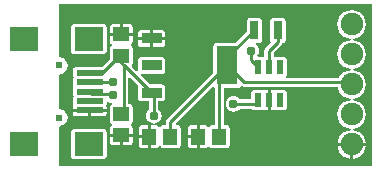
<source format=gtl>
G04 Layer_Physical_Order=1*
G04 Layer_Color=255*
%FSLAX23Y23*%
%MOIN*%
G70*
G01*
G75*
%ADD10R,0.024X0.045*%
%ADD11R,0.047X0.055*%
%ADD12R,0.055X0.047*%
%ADD13R,0.098X0.079*%
%ADD14R,0.091X0.020*%
%ADD15R,0.071X0.130*%
%ADD16R,0.071X0.035*%
%ADD17R,0.031X0.063*%
%ADD18C,0.010*%
%ADD19C,0.075*%
%ADD20C,0.024*%
%ADD21C,0.031*%
G36*
X1250Y541D02*
X1250Y-0D01*
X207Y0D01*
Y128D01*
X208Y133D01*
X215Y135D01*
X218Y136D01*
X224Y140D01*
X224Y140D01*
X227Y143D01*
X227Y143D01*
X231Y149D01*
X232Y152D01*
X234Y159D01*
Y163D01*
X232Y170D01*
X231Y174D01*
X227Y180D01*
X227Y180D01*
X224Y183D01*
X224Y183D01*
X218Y186D01*
X215Y188D01*
X208Y189D01*
X207D01*
X207Y189D01*
X207Y302D01*
X208Y306D01*
X215Y308D01*
X218Y309D01*
X224Y313D01*
X224Y313D01*
X227Y316D01*
X227Y316D01*
X231Y322D01*
X232Y326D01*
X234Y333D01*
Y337D01*
X232Y343D01*
X231Y347D01*
X227Y353D01*
X227Y353D01*
X224Y356D01*
X224Y356D01*
X218Y360D01*
X215Y361D01*
X208Y363D01*
X207D01*
X207Y363D01*
Y541D01*
X1250Y541D01*
D02*
G37*
%LPC*%
G36*
X451Y97D02*
X418D01*
Y69D01*
X441D01*
X445Y69D01*
X448Y72D01*
X450Y75D01*
X451Y79D01*
Y97D01*
D02*
G37*
G36*
X408D02*
X376D01*
Y79D01*
X376Y75D01*
X379Y72D01*
X382Y69D01*
X386Y69D01*
X408D01*
Y97D01*
D02*
G37*
G36*
X664Y136D02*
X646D01*
X642Y135D01*
X638Y133D01*
X636Y130D01*
X635Y126D01*
Y103D01*
X664D01*
Y136D01*
D02*
G37*
G36*
X451Y434D02*
X413D01*
X376D01*
Y415D01*
X376Y411D01*
X379Y408D01*
X382Y406D01*
X382Y404D01*
X382Y401D01*
X379Y399D01*
X376Y396D01*
X376Y392D01*
Y358D01*
X349Y331D01*
X263D01*
X259Y330D01*
X256Y328D01*
X253Y325D01*
X253Y321D01*
Y301D01*
X253Y297D01*
X255Y295D01*
X253Y293D01*
X253Y289D01*
Y270D01*
X253Y266D01*
X255Y264D01*
X253Y262D01*
X253Y258D01*
Y238D01*
X253Y234D01*
X255Y232D01*
X253Y230D01*
X253Y226D01*
Y207D01*
X253Y203D01*
X255Y201D01*
X253Y199D01*
X253Y195D01*
Y190D01*
X308D01*
X364D01*
Y195D01*
X363Y199D01*
X362Y201D01*
X363Y203D01*
X364Y207D01*
Y213D01*
X369Y215D01*
X371Y214D01*
X377Y211D01*
X380Y211D01*
X381Y210D01*
X381Y206D01*
X379Y204D01*
X376Y201D01*
X376Y197D01*
Y150D01*
X376Y146D01*
X379Y142D01*
X382Y140D01*
X382Y138D01*
X382Y135D01*
X379Y133D01*
X376Y130D01*
X376Y126D01*
Y107D01*
X451D01*
Y126D01*
X450Y130D01*
X448Y133D01*
X445Y135D01*
X445Y138D01*
X445Y140D01*
X448Y142D01*
X450Y146D01*
X451Y150D01*
Y197D01*
X450Y201D01*
X448Y204D01*
X445Y206D01*
X441Y207D01*
X436D01*
Y294D01*
X441Y296D01*
X470Y267D01*
X469Y266D01*
X468Y262D01*
Y226D01*
X469Y222D01*
X471Y219D01*
X474Y217D01*
X478Y216D01*
X506D01*
Y188D01*
X503Y186D01*
X499Y180D01*
X497Y174D01*
X496Y167D01*
X497Y161D01*
X499Y154D01*
X503Y149D01*
X509Y145D01*
X515Y142D01*
X522Y141D01*
X528Y142D01*
X535Y145D01*
X540Y149D01*
X544Y154D01*
X547Y161D01*
X548Y167D01*
X547Y174D01*
X544Y180D01*
X540Y186D01*
X537Y188D01*
Y216D01*
X549D01*
X553Y217D01*
X556Y219D01*
X559Y222D01*
X559Y226D01*
Y262D01*
X559Y266D01*
X556Y269D01*
X553Y271D01*
X549Y272D01*
X507D01*
X478Y302D01*
X478Y303D01*
X480Y307D01*
X549D01*
X553Y308D01*
X556Y310D01*
X559Y313D01*
X559Y317D01*
Y352D01*
X559Y356D01*
X556Y360D01*
X553Y362D01*
X549Y363D01*
X478D01*
X474Y362D01*
X471Y360D01*
X469Y356D01*
X468Y352D01*
Y318D01*
X464Y316D01*
X463Y316D01*
X448Y331D01*
X448Y337D01*
X450Y341D01*
X451Y344D01*
Y392D01*
X450Y396D01*
X448Y399D01*
X445Y401D01*
X445Y404D01*
X445Y406D01*
X448Y408D01*
X450Y411D01*
X451Y415D01*
Y434D01*
D02*
G37*
G36*
X501Y136D02*
X482D01*
X478Y135D01*
X475Y133D01*
X473Y130D01*
X472Y126D01*
Y103D01*
X501D01*
Y136D01*
D02*
G37*
G36*
X1176Y67D02*
X1134D01*
X1135Y59D01*
X1140Y48D01*
X1147Y38D01*
X1157Y30D01*
X1169Y25D01*
X1176Y24D01*
Y67D01*
D02*
G37*
G36*
X353Y122D02*
X255D01*
X251Y122D01*
X248Y119D01*
X246Y116D01*
X245Y112D01*
Y33D01*
X246Y29D01*
X248Y26D01*
X251Y24D01*
X255Y23D01*
X353D01*
X357Y24D01*
X361Y26D01*
X363Y29D01*
X364Y33D01*
Y112D01*
X363Y116D01*
X361Y119D01*
X357Y122D01*
X353Y122D01*
D02*
G37*
G36*
X1228Y67D02*
X1186D01*
Y24D01*
X1194Y25D01*
X1205Y30D01*
X1215Y38D01*
X1223Y48D01*
X1227Y59D01*
X1228Y67D01*
D02*
G37*
G36*
X664Y93D02*
X635D01*
Y71D01*
X636Y67D01*
X638Y64D01*
X642Y61D01*
X646Y61D01*
X664D01*
Y93D01*
D02*
G37*
G36*
X501Y93D02*
X472D01*
Y71D01*
X473Y67D01*
X475Y64D01*
X478Y61D01*
X482Y61D01*
X501D01*
Y93D01*
D02*
G37*
G36*
X303Y180D02*
X253D01*
Y175D01*
X253Y171D01*
X256Y168D01*
X259Y166D01*
X263Y165D01*
X303D01*
Y180D01*
D02*
G37*
G36*
X509Y453D02*
X478D01*
X474Y452D01*
X471Y450D01*
X469Y447D01*
X468Y443D01*
Y430D01*
X509D01*
Y453D01*
D02*
G37*
G36*
X559Y420D02*
X519D01*
Y397D01*
X549D01*
X553Y398D01*
X556Y400D01*
X559Y404D01*
X559Y407D01*
Y420D01*
D02*
G37*
G36*
X549Y453D02*
X519D01*
Y430D01*
X559D01*
Y443D01*
X559Y447D01*
X556Y450D01*
X553Y452D01*
X549Y453D01*
D02*
G37*
G36*
X441Y473D02*
X418D01*
Y444D01*
X451D01*
Y463D01*
X450Y467D01*
X448Y470D01*
X445Y472D01*
X441Y473D01*
D02*
G37*
G36*
X408D02*
X386D01*
X382Y472D01*
X379Y470D01*
X376Y467D01*
X376Y463D01*
Y444D01*
X408D01*
Y473D01*
D02*
G37*
G36*
X509Y420D02*
X468D01*
Y407D01*
X469Y404D01*
X471Y400D01*
X474Y398D01*
X478Y397D01*
X509D01*
Y420D01*
D02*
G37*
G36*
X901Y253D02*
X894D01*
X890Y253D01*
X887Y251D01*
X884Y253D01*
X880Y253D01*
X856D01*
X852Y253D01*
X849Y250D01*
X847Y247D01*
X846Y243D01*
Y222D01*
X808D01*
X806Y225D01*
X800Y229D01*
X794Y232D01*
X787Y233D01*
X781Y232D01*
X774Y229D01*
X769Y225D01*
X765Y220D01*
X762Y213D01*
X761Y207D01*
X762Y200D01*
X765Y194D01*
X769Y188D01*
X774Y184D01*
X781Y182D01*
X787Y181D01*
X794Y182D01*
X800Y184D01*
X806Y188D01*
X808Y191D01*
X849D01*
X849Y191D01*
X852Y188D01*
X856Y188D01*
X880D01*
X884Y188D01*
X887Y190D01*
X890Y188D01*
X894Y188D01*
X901D01*
Y220D01*
Y253D01*
D02*
G37*
G36*
X364Y180D02*
X313D01*
Y165D01*
X353D01*
X357Y166D01*
X361Y168D01*
X363Y171D01*
X364Y175D01*
Y180D01*
D02*
G37*
G36*
X955Y253D02*
X931D01*
X927Y253D01*
X924Y251D01*
X921Y253D01*
X917Y253D01*
X911D01*
Y220D01*
Y188D01*
X917D01*
X921Y188D01*
X924Y190D01*
X927Y188D01*
X931Y188D01*
X955D01*
X959Y188D01*
X962Y191D01*
X964Y194D01*
X965Y198D01*
Y243D01*
X964Y247D01*
X962Y250D01*
X959Y253D01*
X955Y253D01*
D02*
G37*
G36*
X353Y473D02*
X255D01*
X251Y472D01*
X248Y470D01*
X246Y466D01*
X245Y462D01*
Y384D01*
X246Y380D01*
X248Y377D01*
X251Y374D01*
X255Y374D01*
X353D01*
X357Y374D01*
X361Y377D01*
X363Y380D01*
X364Y384D01*
Y462D01*
X363Y466D01*
X361Y470D01*
X357Y472D01*
X353Y473D01*
D02*
G37*
G36*
X1181Y520D02*
X1169Y518D01*
X1157Y513D01*
X1147Y506D01*
X1140Y496D01*
X1135Y484D01*
X1133Y472D01*
X1135Y459D01*
X1140Y448D01*
X1147Y438D01*
X1157Y430D01*
X1169Y425D01*
X1178Y424D01*
Y419D01*
X1169Y418D01*
X1157Y413D01*
X1147Y406D01*
X1140Y396D01*
X1135Y384D01*
X1133Y372D01*
X1135Y359D01*
X1140Y348D01*
X1147Y338D01*
X1157Y330D01*
X1169Y325D01*
X1178Y324D01*
Y319D01*
X1169Y318D01*
X1157Y313D01*
X1147Y306D01*
X1140Y296D01*
X1139Y294D01*
X963D01*
X962Y295D01*
X962Y301D01*
X964Y304D01*
X965Y308D01*
Y353D01*
X964Y357D01*
X962Y361D01*
X959Y363D01*
X955Y364D01*
X931D01*
X927Y363D01*
X925Y361D01*
X921Y364D01*
Y378D01*
X946Y403D01*
X949Y408D01*
X950Y410D01*
X950D01*
X954Y411D01*
X958Y413D01*
X960Y417D01*
X961Y421D01*
Y484D01*
X960Y488D01*
X958Y491D01*
X954Y493D01*
X950Y494D01*
X919D01*
X915Y493D01*
X912Y491D01*
X909Y488D01*
X909Y484D01*
Y421D01*
X909Y417D01*
X912Y413D01*
X912Y412D01*
X895Y395D01*
X891Y390D01*
X890Y384D01*
Y364D01*
X886Y361D01*
X884Y363D01*
X880Y364D01*
X870D01*
X867Y369D01*
X869Y371D01*
X872Y377D01*
X872Y384D01*
X872Y391D01*
X869Y397D01*
X865Y402D01*
X861Y405D01*
X862Y410D01*
X872D01*
X876Y411D01*
X880Y413D01*
X882Y417D01*
X883Y421D01*
Y484D01*
X882Y488D01*
X880Y491D01*
X876Y493D01*
X872Y494D01*
X841D01*
X837Y493D01*
X834Y491D01*
X832Y488D01*
X831Y484D01*
Y449D01*
X792Y410D01*
X730D01*
X726Y409D01*
X723Y407D01*
X721Y404D01*
X720Y400D01*
Y311D01*
X566Y156D01*
X563Y152D01*
X561Y146D01*
Y136D01*
X553D01*
X549Y135D01*
X546Y133D01*
X544Y130D01*
X541Y130D01*
X539Y130D01*
X537Y133D01*
X533Y135D01*
X530Y136D01*
X511D01*
Y98D01*
Y61D01*
X530D01*
X533Y61D01*
X537Y64D01*
X539Y67D01*
X541Y67D01*
X544Y67D01*
X546Y64D01*
X549Y61D01*
X553Y61D01*
X600D01*
X604Y61D01*
X608Y64D01*
X610Y67D01*
X611Y71D01*
Y126D01*
X610Y130D01*
X608Y133D01*
X604Y135D01*
X600Y136D01*
X596D01*
X594Y141D01*
X717Y264D01*
X723Y263D01*
X723Y262D01*
X725Y261D01*
Y136D01*
X717D01*
X713Y135D01*
X709Y133D01*
X707Y130D01*
X705Y130D01*
X702Y130D01*
X700Y133D01*
X697Y135D01*
X693Y136D01*
X674D01*
Y98D01*
Y61D01*
X693D01*
X697Y61D01*
X700Y64D01*
X702Y67D01*
X705Y67D01*
X707Y67D01*
X709Y64D01*
X713Y61D01*
X717Y61D01*
X764D01*
X768Y61D01*
X771Y64D01*
X773Y67D01*
X774Y71D01*
Y126D01*
X773Y130D01*
X771Y133D01*
X768Y135D01*
X764Y136D01*
X755D01*
Y259D01*
X801D01*
X805Y260D01*
X808Y262D01*
X809Y263D01*
X815Y265D01*
X816Y265D01*
X822Y263D01*
X1134D01*
X1135Y259D01*
X1140Y248D01*
X1147Y238D01*
X1157Y230D01*
X1169Y225D01*
X1178Y224D01*
Y219D01*
X1169Y218D01*
X1157Y213D01*
X1147Y206D01*
X1140Y196D01*
X1135Y184D01*
X1133Y172D01*
X1135Y159D01*
X1140Y148D01*
X1147Y138D01*
X1157Y130D01*
X1169Y125D01*
X1178Y124D01*
Y119D01*
X1169Y118D01*
X1157Y113D01*
X1147Y106D01*
X1140Y96D01*
X1135Y84D01*
X1134Y77D01*
X1181D01*
Y72D01*
D01*
Y77D01*
X1228D01*
X1227Y84D01*
X1223Y96D01*
X1215Y106D01*
X1205Y113D01*
X1194Y118D01*
X1184Y119D01*
Y124D01*
X1194Y125D01*
X1205Y130D01*
X1215Y138D01*
X1223Y148D01*
X1227Y159D01*
X1229Y172D01*
X1227Y184D01*
X1223Y196D01*
X1215Y206D01*
X1205Y213D01*
X1194Y218D01*
X1184Y219D01*
Y224D01*
X1194Y225D01*
X1205Y230D01*
X1215Y238D01*
X1223Y248D01*
X1227Y259D01*
X1229Y272D01*
X1227Y284D01*
X1223Y296D01*
X1215Y306D01*
X1205Y313D01*
X1194Y318D01*
X1184Y319D01*
Y324D01*
X1194Y325D01*
X1205Y330D01*
X1215Y338D01*
X1223Y348D01*
X1227Y359D01*
X1229Y372D01*
X1227Y384D01*
X1223Y396D01*
X1215Y406D01*
X1205Y413D01*
X1194Y418D01*
X1184Y419D01*
Y424D01*
X1194Y425D01*
X1205Y430D01*
X1215Y438D01*
X1223Y448D01*
X1227Y459D01*
X1229Y472D01*
X1227Y484D01*
X1223Y496D01*
X1215Y506D01*
X1205Y513D01*
X1194Y518D01*
X1181Y520D01*
D02*
G37*
%LPD*%
D10*
X868Y331D02*
D03*
X906D02*
D03*
X943D02*
D03*
Y220D02*
D03*
X906D02*
D03*
X868D02*
D03*
D11*
X577Y98D02*
D03*
X506D02*
D03*
X740D02*
D03*
X669D02*
D03*
D12*
X413Y173D02*
D03*
Y102D02*
D03*
Y368D02*
D03*
Y439D02*
D03*
D13*
X304Y73D02*
D03*
Y423D02*
D03*
X88D02*
D03*
Y73D02*
D03*
D14*
X308Y185D02*
D03*
Y216D02*
D03*
Y248D02*
D03*
Y279D02*
D03*
Y311D02*
D03*
D15*
X766Y335D02*
D03*
D16*
X514Y244D02*
D03*
Y335D02*
D03*
Y425D02*
D03*
D17*
X935Y452D02*
D03*
X857D02*
D03*
D18*
X787Y207D02*
X868D01*
X378Y241D02*
X384Y236D01*
X852Y448D02*
Y457D01*
X822Y279D02*
X1181D01*
X766Y335D02*
X822Y279D01*
X421Y165D02*
Y337D01*
X350Y311D02*
X413Y374D01*
X308Y248D02*
X315Y241D01*
X308Y184D02*
Y185D01*
Y279D02*
X384D01*
X494Y87D02*
X506Y98D01*
X740D02*
Y309D01*
X906Y220D02*
X907Y219D01*
X846Y352D02*
Y384D01*
Y352D02*
X868Y331D01*
X906Y384D02*
X935Y413D01*
X906Y331D02*
Y384D01*
X868Y207D02*
Y220D01*
X514Y244D02*
X522Y236D01*
Y167D02*
Y236D01*
X935Y413D02*
Y453D01*
X766Y335D02*
Y362D01*
X852Y448D01*
X384Y236D02*
Y236D01*
X315Y241D02*
X378D01*
X308Y311D02*
X350D01*
X413Y344D02*
Y368D01*
Y374D01*
Y157D02*
X421Y165D01*
X413Y344D02*
X421Y337D01*
X514Y244D01*
X506Y433D02*
X514Y425D01*
X577Y98D02*
Y146D01*
X740Y309D01*
X766Y335D01*
D19*
X1181Y472D02*
D03*
Y372D02*
D03*
Y272D02*
D03*
Y172D02*
D03*
Y72D02*
D03*
D20*
X206Y335D02*
D03*
Y161D02*
D03*
D21*
X384Y279D02*
D03*
X522Y167D02*
D03*
X846Y384D02*
D03*
X787Y207D02*
D03*
X384Y236D02*
D03*
M02*

</source>
